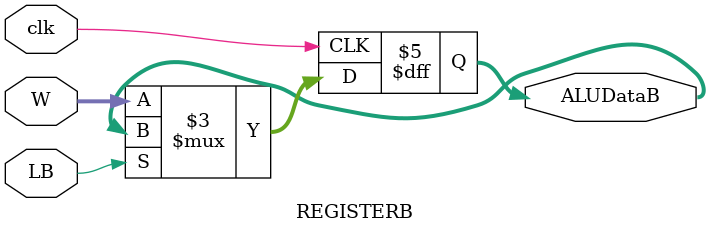
<source format=v>
module REGISTERB(clk, LB, W, ALUDataB);
	input clk, LB;
	input [7:0] W;
	output reg [7:0] ALUDataB;

	always @(negedge clk)
		if (LB == 0)
			ALUDataB <= W;
endmodule

</source>
